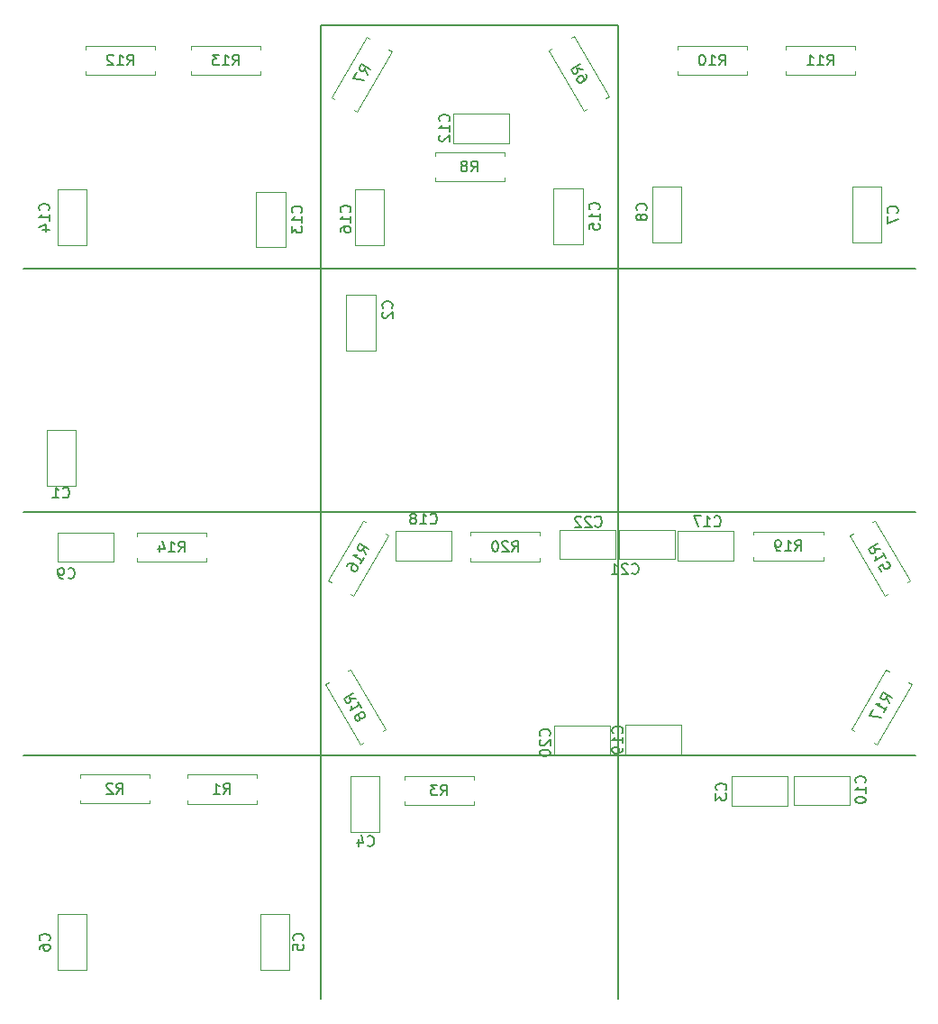
<source format=gbr>
%TF.GenerationSoftware,KiCad,Pcbnew,(6.0.11)*%
%TF.CreationDate,2023-02-22T07:36:59-06:00*%
%TF.ProjectId,HIDControls,48494443-6f6e-4747-926f-6c732e6b6963,rev?*%
%TF.SameCoordinates,Original*%
%TF.FileFunction,Legend,Bot*%
%TF.FilePolarity,Positive*%
%FSLAX46Y46*%
G04 Gerber Fmt 4.6, Leading zero omitted, Abs format (unit mm)*
G04 Created by KiCad (PCBNEW (6.0.11)) date 2023-02-22 07:36:59*
%MOMM*%
%LPD*%
G01*
G04 APERTURE LIST*
%ADD10C,0.150000*%
%ADD11C,0.120000*%
G04 APERTURE END LIST*
D10*
X88900000Y-99060000D02*
X172720000Y-99060000D01*
X172720000Y-76200000D02*
X88900000Y-76200000D01*
X116840000Y-53340000D02*
X144780000Y-53340000D01*
X144780000Y-53340000D02*
X144780000Y-144780000D01*
X172720000Y-121920000D02*
X88900000Y-121920000D01*
X116840000Y-144780000D02*
X116840000Y-53340000D01*
%TO.C,C16*%
X119597142Y-70887142D02*
X119644761Y-70839523D01*
X119692380Y-70696666D01*
X119692380Y-70601428D01*
X119644761Y-70458571D01*
X119549523Y-70363333D01*
X119454285Y-70315714D01*
X119263809Y-70268095D01*
X119120952Y-70268095D01*
X118930476Y-70315714D01*
X118835238Y-70363333D01*
X118740000Y-70458571D01*
X118692380Y-70601428D01*
X118692380Y-70696666D01*
X118740000Y-70839523D01*
X118787619Y-70887142D01*
X119692380Y-71839523D02*
X119692380Y-71268095D01*
X119692380Y-71553809D02*
X118692380Y-71553809D01*
X118835238Y-71458571D01*
X118930476Y-71363333D01*
X118978095Y-71268095D01*
X118692380Y-72696666D02*
X118692380Y-72506190D01*
X118740000Y-72410952D01*
X118787619Y-72363333D01*
X118930476Y-72268095D01*
X119120952Y-72220476D01*
X119501904Y-72220476D01*
X119597142Y-72268095D01*
X119644761Y-72315714D01*
X119692380Y-72410952D01*
X119692380Y-72601428D01*
X119644761Y-72696666D01*
X119597142Y-72744285D01*
X119501904Y-72791904D01*
X119263809Y-72791904D01*
X119168571Y-72744285D01*
X119120952Y-72696666D01*
X119073333Y-72601428D01*
X119073333Y-72410952D01*
X119120952Y-72315714D01*
X119168571Y-72268095D01*
X119263809Y-72220476D01*
%TO.C,R10*%
X154312857Y-57094380D02*
X154646190Y-56618190D01*
X154884285Y-57094380D02*
X154884285Y-56094380D01*
X154503333Y-56094380D01*
X154408095Y-56142000D01*
X154360476Y-56189619D01*
X154312857Y-56284857D01*
X154312857Y-56427714D01*
X154360476Y-56522952D01*
X154408095Y-56570571D01*
X154503333Y-56618190D01*
X154884285Y-56618190D01*
X153360476Y-57094380D02*
X153931904Y-57094380D01*
X153646190Y-57094380D02*
X153646190Y-56094380D01*
X153741428Y-56237238D01*
X153836666Y-56332476D01*
X153931904Y-56380095D01*
X152741428Y-56094380D02*
X152646190Y-56094380D01*
X152550952Y-56142000D01*
X152503333Y-56189619D01*
X152455714Y-56284857D01*
X152408095Y-56475333D01*
X152408095Y-56713428D01*
X152455714Y-56903904D01*
X152503333Y-56999142D01*
X152550952Y-57046761D01*
X152646190Y-57094380D01*
X152741428Y-57094380D01*
X152836666Y-57046761D01*
X152884285Y-56999142D01*
X152931904Y-56903904D01*
X152979523Y-56713428D01*
X152979523Y-56475333D01*
X152931904Y-56284857D01*
X152884285Y-56189619D01*
X152836666Y-56142000D01*
X152741428Y-56094380D01*
%TO.C,R1*%
X107735666Y-125547380D02*
X108069000Y-125071190D01*
X108307095Y-125547380D02*
X108307095Y-124547380D01*
X107926142Y-124547380D01*
X107830904Y-124595000D01*
X107783285Y-124642619D01*
X107735666Y-124737857D01*
X107735666Y-124880714D01*
X107783285Y-124975952D01*
X107830904Y-125023571D01*
X107926142Y-125071190D01*
X108307095Y-125071190D01*
X106783285Y-125547380D02*
X107354714Y-125547380D01*
X107069000Y-125547380D02*
X107069000Y-124547380D01*
X107164238Y-124690238D01*
X107259476Y-124785476D01*
X107354714Y-124833095D01*
%TO.C,C18*%
X127154857Y-100092142D02*
X127202476Y-100139761D01*
X127345333Y-100187380D01*
X127440571Y-100187380D01*
X127583428Y-100139761D01*
X127678666Y-100044523D01*
X127726285Y-99949285D01*
X127773904Y-99758809D01*
X127773904Y-99615952D01*
X127726285Y-99425476D01*
X127678666Y-99330238D01*
X127583428Y-99235000D01*
X127440571Y-99187380D01*
X127345333Y-99187380D01*
X127202476Y-99235000D01*
X127154857Y-99282619D01*
X126202476Y-100187380D02*
X126773904Y-100187380D01*
X126488190Y-100187380D02*
X126488190Y-99187380D01*
X126583428Y-99330238D01*
X126678666Y-99425476D01*
X126773904Y-99473095D01*
X125631047Y-99615952D02*
X125726285Y-99568333D01*
X125773904Y-99520714D01*
X125821523Y-99425476D01*
X125821523Y-99377857D01*
X125773904Y-99282619D01*
X125726285Y-99235000D01*
X125631047Y-99187380D01*
X125440571Y-99187380D01*
X125345333Y-99235000D01*
X125297714Y-99282619D01*
X125250095Y-99377857D01*
X125250095Y-99425476D01*
X125297714Y-99520714D01*
X125345333Y-99568333D01*
X125440571Y-99615952D01*
X125631047Y-99615952D01*
X125726285Y-99663571D01*
X125773904Y-99711190D01*
X125821523Y-99806428D01*
X125821523Y-99996904D01*
X125773904Y-100092142D01*
X125726285Y-100139761D01*
X125631047Y-100187380D01*
X125440571Y-100187380D01*
X125345333Y-100139761D01*
X125297714Y-100092142D01*
X125250095Y-99996904D01*
X125250095Y-99806428D01*
X125297714Y-99711190D01*
X125345333Y-99663571D01*
X125440571Y-99615952D01*
%TO.C,R17*%
X170258201Y-117019902D02*
X170012475Y-116493132D01*
X170543916Y-116525031D02*
X169677890Y-116025031D01*
X169487414Y-116354945D01*
X169481034Y-116461233D01*
X169498464Y-116526282D01*
X169557133Y-116615140D01*
X169680851Y-116686569D01*
X169787139Y-116692949D01*
X169852188Y-116675519D01*
X169941047Y-116616850D01*
X170131523Y-116286935D01*
X169782011Y-117844688D02*
X170067725Y-117349817D01*
X169924868Y-117597253D02*
X169058843Y-117097253D01*
X169230180Y-117086203D01*
X169360277Y-117051343D01*
X169449136Y-116992674D01*
X168749319Y-117633364D02*
X168415986Y-118210714D01*
X169496297Y-118339560D01*
%TO.C,C3*%
X154897142Y-125163333D02*
X154944761Y-125115714D01*
X154992380Y-124972857D01*
X154992380Y-124877619D01*
X154944761Y-124734761D01*
X154849523Y-124639523D01*
X154754285Y-124591904D01*
X154563809Y-124544285D01*
X154420952Y-124544285D01*
X154230476Y-124591904D01*
X154135238Y-124639523D01*
X154040000Y-124734761D01*
X153992380Y-124877619D01*
X153992380Y-124972857D01*
X154040000Y-125115714D01*
X154087619Y-125163333D01*
X153992380Y-125496666D02*
X153992380Y-126115714D01*
X154373333Y-125782380D01*
X154373333Y-125925238D01*
X154420952Y-126020476D01*
X154468571Y-126068095D01*
X154563809Y-126115714D01*
X154801904Y-126115714D01*
X154897142Y-126068095D01*
X154944761Y-126020476D01*
X154992380Y-125925238D01*
X154992380Y-125639523D01*
X154944761Y-125544285D01*
X154897142Y-125496666D01*
%TO.C,R12*%
X98686857Y-57094380D02*
X99020190Y-56618190D01*
X99258285Y-57094380D02*
X99258285Y-56094380D01*
X98877333Y-56094380D01*
X98782095Y-56142000D01*
X98734476Y-56189619D01*
X98686857Y-56284857D01*
X98686857Y-56427714D01*
X98734476Y-56522952D01*
X98782095Y-56570571D01*
X98877333Y-56618190D01*
X99258285Y-56618190D01*
X97734476Y-57094380D02*
X98305904Y-57094380D01*
X98020190Y-57094380D02*
X98020190Y-56094380D01*
X98115428Y-56237238D01*
X98210666Y-56332476D01*
X98305904Y-56380095D01*
X97353523Y-56189619D02*
X97305904Y-56142000D01*
X97210666Y-56094380D01*
X96972571Y-56094380D01*
X96877333Y-56142000D01*
X96829714Y-56189619D01*
X96782095Y-56284857D01*
X96782095Y-56380095D01*
X96829714Y-56522952D01*
X97401142Y-57094380D01*
X96782095Y-57094380D01*
%TO.C,R15*%
X169480344Y-102547078D02*
X168901285Y-102496499D01*
X169194630Y-102052207D02*
X168328605Y-102552207D01*
X168519081Y-102882121D01*
X168607939Y-102940790D01*
X168672988Y-102958220D01*
X168779276Y-102951840D01*
X168902994Y-102880412D01*
X168961663Y-102791553D01*
X168979093Y-102726505D01*
X168972713Y-102620216D01*
X168782237Y-102290302D01*
X169956535Y-103371865D02*
X169670821Y-102876993D01*
X169813678Y-103124429D02*
X168947652Y-103624429D01*
X169023751Y-103470521D01*
X169058611Y-103340424D01*
X169052231Y-103234136D01*
X169542890Y-104655411D02*
X169304795Y-104243018D01*
X169693379Y-103963684D01*
X169675949Y-104028733D01*
X169682329Y-104135021D01*
X169801376Y-104341217D01*
X169890235Y-104399886D01*
X169955283Y-104417316D01*
X170061572Y-104410936D01*
X170267768Y-104291889D01*
X170326437Y-104203030D01*
X170343867Y-104137982D01*
X170337487Y-104031693D01*
X170218440Y-103825497D01*
X170129581Y-103766828D01*
X170064532Y-103749398D01*
%TO.C,C15*%
X142977142Y-70637142D02*
X143024761Y-70589523D01*
X143072380Y-70446666D01*
X143072380Y-70351428D01*
X143024761Y-70208571D01*
X142929523Y-70113333D01*
X142834285Y-70065714D01*
X142643809Y-70018095D01*
X142500952Y-70018095D01*
X142310476Y-70065714D01*
X142215238Y-70113333D01*
X142120000Y-70208571D01*
X142072380Y-70351428D01*
X142072380Y-70446666D01*
X142120000Y-70589523D01*
X142167619Y-70637142D01*
X143072380Y-71589523D02*
X143072380Y-71018095D01*
X143072380Y-71303809D02*
X142072380Y-71303809D01*
X142215238Y-71208571D01*
X142310476Y-71113333D01*
X142358095Y-71018095D01*
X142072380Y-72494285D02*
X142072380Y-72018095D01*
X142548571Y-71970476D01*
X142500952Y-72018095D01*
X142453333Y-72113333D01*
X142453333Y-72351428D01*
X142500952Y-72446666D01*
X142548571Y-72494285D01*
X142643809Y-72541904D01*
X142881904Y-72541904D01*
X142977142Y-72494285D01*
X143024761Y-72446666D01*
X143072380Y-72351428D01*
X143072380Y-72113333D01*
X143024761Y-72018095D01*
X142977142Y-71970476D01*
%TO.C,C9*%
X93130666Y-105225142D02*
X93178285Y-105272761D01*
X93321142Y-105320380D01*
X93416380Y-105320380D01*
X93559238Y-105272761D01*
X93654476Y-105177523D01*
X93702095Y-105082285D01*
X93749714Y-104891809D01*
X93749714Y-104748952D01*
X93702095Y-104558476D01*
X93654476Y-104463238D01*
X93559238Y-104368000D01*
X93416380Y-104320380D01*
X93321142Y-104320380D01*
X93178285Y-104368000D01*
X93130666Y-104415619D01*
X92654476Y-105320380D02*
X92464000Y-105320380D01*
X92368761Y-105272761D01*
X92321142Y-105225142D01*
X92225904Y-105082285D01*
X92178285Y-104891809D01*
X92178285Y-104510857D01*
X92225904Y-104415619D01*
X92273523Y-104368000D01*
X92368761Y-104320380D01*
X92559238Y-104320380D01*
X92654476Y-104368000D01*
X92702095Y-104415619D01*
X92749714Y-104510857D01*
X92749714Y-104748952D01*
X92702095Y-104844190D01*
X92654476Y-104891809D01*
X92559238Y-104939428D01*
X92368761Y-104939428D01*
X92273523Y-104891809D01*
X92225904Y-104844190D01*
X92178285Y-104748952D01*
%TO.C,C12*%
X128887142Y-62347142D02*
X128934761Y-62299523D01*
X128982380Y-62156666D01*
X128982380Y-62061428D01*
X128934761Y-61918571D01*
X128839523Y-61823333D01*
X128744285Y-61775714D01*
X128553809Y-61728095D01*
X128410952Y-61728095D01*
X128220476Y-61775714D01*
X128125238Y-61823333D01*
X128030000Y-61918571D01*
X127982380Y-62061428D01*
X127982380Y-62156666D01*
X128030000Y-62299523D01*
X128077619Y-62347142D01*
X128982380Y-63299523D02*
X128982380Y-62728095D01*
X128982380Y-63013809D02*
X127982380Y-63013809D01*
X128125238Y-62918571D01*
X128220476Y-62823333D01*
X128268095Y-62728095D01*
X128077619Y-63680476D02*
X128030000Y-63728095D01*
X127982380Y-63823333D01*
X127982380Y-64061428D01*
X128030000Y-64156666D01*
X128077619Y-64204285D01*
X128172857Y-64251904D01*
X128268095Y-64251904D01*
X128410952Y-64204285D01*
X128982380Y-63632857D01*
X128982380Y-64251904D01*
%TO.C,R3*%
X128146666Y-125672380D02*
X128480000Y-125196190D01*
X128718095Y-125672380D02*
X128718095Y-124672380D01*
X128337142Y-124672380D01*
X128241904Y-124720000D01*
X128194285Y-124767619D01*
X128146666Y-124862857D01*
X128146666Y-125005714D01*
X128194285Y-125100952D01*
X128241904Y-125148571D01*
X128337142Y-125196190D01*
X128718095Y-125196190D01*
X127813333Y-124672380D02*
X127194285Y-124672380D01*
X127527619Y-125053333D01*
X127384761Y-125053333D01*
X127289523Y-125100952D01*
X127241904Y-125148571D01*
X127194285Y-125243809D01*
X127194285Y-125481904D01*
X127241904Y-125577142D01*
X127289523Y-125624761D01*
X127384761Y-125672380D01*
X127670476Y-125672380D01*
X127765714Y-125624761D01*
X127813333Y-125577142D01*
%TO.C,R18*%
X120180344Y-116597078D02*
X119601285Y-116546499D01*
X119894630Y-116102207D02*
X119028605Y-116602207D01*
X119219081Y-116932121D01*
X119307939Y-116990790D01*
X119372988Y-117008220D01*
X119479276Y-117001840D01*
X119602994Y-116930412D01*
X119661663Y-116841553D01*
X119679093Y-116776505D01*
X119672713Y-116670216D01*
X119482237Y-116340302D01*
X120656535Y-117421865D02*
X120370821Y-116926993D01*
X120513678Y-117174429D02*
X119647652Y-117674429D01*
X119723751Y-117520521D01*
X119758611Y-117390424D01*
X119752231Y-117284136D01*
X120447377Y-118202450D02*
X120358519Y-118143781D01*
X120293470Y-118126352D01*
X120187182Y-118132731D01*
X120145943Y-118156541D01*
X120087274Y-118245399D01*
X120069844Y-118310448D01*
X120076224Y-118416736D01*
X120171462Y-118581693D01*
X120260320Y-118640362D01*
X120325369Y-118657792D01*
X120431657Y-118651413D01*
X120472896Y-118627603D01*
X120531565Y-118538745D01*
X120548995Y-118473696D01*
X120542616Y-118367408D01*
X120447377Y-118202450D01*
X120440998Y-118096162D01*
X120458427Y-118031113D01*
X120517097Y-117942255D01*
X120682054Y-117847017D01*
X120788342Y-117840637D01*
X120853391Y-117858067D01*
X120942249Y-117916736D01*
X121037487Y-118081693D01*
X121043867Y-118187982D01*
X121026437Y-118253030D01*
X120967768Y-118341889D01*
X120802811Y-118437127D01*
X120696523Y-118443507D01*
X120631474Y-118426077D01*
X120542616Y-118367408D01*
%TO.C,R2*%
X97686666Y-125522380D02*
X98020000Y-125046190D01*
X98258095Y-125522380D02*
X98258095Y-124522380D01*
X97877142Y-124522380D01*
X97781904Y-124570000D01*
X97734285Y-124617619D01*
X97686666Y-124712857D01*
X97686666Y-124855714D01*
X97734285Y-124950952D01*
X97781904Y-124998571D01*
X97877142Y-125046190D01*
X98258095Y-125046190D01*
X97305714Y-124617619D02*
X97258095Y-124570000D01*
X97162857Y-124522380D01*
X96924761Y-124522380D01*
X96829523Y-124570000D01*
X96781904Y-124617619D01*
X96734285Y-124712857D01*
X96734285Y-124808095D01*
X96781904Y-124950952D01*
X97353333Y-125522380D01*
X96734285Y-125522380D01*
%TO.C,C4*%
X121256666Y-130357142D02*
X121304285Y-130404761D01*
X121447142Y-130452380D01*
X121542380Y-130452380D01*
X121685238Y-130404761D01*
X121780476Y-130309523D01*
X121828095Y-130214285D01*
X121875714Y-130023809D01*
X121875714Y-129880952D01*
X121828095Y-129690476D01*
X121780476Y-129595238D01*
X121685238Y-129500000D01*
X121542380Y-129452380D01*
X121447142Y-129452380D01*
X121304285Y-129500000D01*
X121256666Y-129547619D01*
X120399523Y-129785714D02*
X120399523Y-130452380D01*
X120637619Y-129404761D02*
X120875714Y-130119047D01*
X120256666Y-130119047D01*
%TO.C,R9*%
X141528703Y-57488669D02*
X140949643Y-57438090D01*
X141242988Y-56993798D02*
X140376963Y-57493798D01*
X140567439Y-57823712D01*
X140656297Y-57882381D01*
X140721346Y-57899811D01*
X140827634Y-57893431D01*
X140951352Y-57822003D01*
X141010021Y-57733144D01*
X141027451Y-57668096D01*
X141021071Y-57561807D01*
X140830595Y-57231893D01*
X141766798Y-57901063D02*
X141862036Y-58066020D01*
X141868416Y-58172308D01*
X141850986Y-58237357D01*
X141774887Y-58391264D01*
X141633739Y-58527741D01*
X141303825Y-58718217D01*
X141197537Y-58724597D01*
X141132488Y-58707167D01*
X141043630Y-58648498D01*
X140948391Y-58483541D01*
X140942012Y-58377253D01*
X140959441Y-58312204D01*
X141018111Y-58223346D01*
X141224307Y-58104298D01*
X141330595Y-58097918D01*
X141395644Y-58115348D01*
X141484502Y-58174017D01*
X141579741Y-58338975D01*
X141586120Y-58445263D01*
X141568690Y-58510311D01*
X141510021Y-58599170D01*
%TO.C,R16*%
X121109201Y-103047459D02*
X120863475Y-102520689D01*
X121394916Y-102552588D02*
X120528890Y-102052588D01*
X120338414Y-102382502D01*
X120332034Y-102488790D01*
X120349464Y-102553839D01*
X120408133Y-102642697D01*
X120531851Y-102714126D01*
X120638139Y-102720506D01*
X120703188Y-102703076D01*
X120792047Y-102644407D01*
X120982523Y-102314492D01*
X120633011Y-103872245D02*
X120918725Y-103377374D01*
X120775868Y-103624810D02*
X119909843Y-103124810D01*
X120081180Y-103113760D01*
X120211277Y-103078900D01*
X120300136Y-103020231D01*
X119338414Y-104114553D02*
X119433652Y-103949596D01*
X119522511Y-103890927D01*
X119587559Y-103873497D01*
X119758896Y-103862447D01*
X119947663Y-103916446D01*
X120277578Y-104106922D01*
X120336247Y-104195780D01*
X120353676Y-104260829D01*
X120347297Y-104367117D01*
X120252059Y-104532074D01*
X120163200Y-104590743D01*
X120098151Y-104608173D01*
X119991863Y-104601793D01*
X119785667Y-104482746D01*
X119726998Y-104393887D01*
X119709568Y-104328839D01*
X119715948Y-104222551D01*
X119811186Y-104057593D01*
X119900044Y-103998924D01*
X119965093Y-103981494D01*
X120071381Y-103987874D01*
%TO.C,R8*%
X130996666Y-67082380D02*
X131330000Y-66606190D01*
X131568095Y-67082380D02*
X131568095Y-66082380D01*
X131187142Y-66082380D01*
X131091904Y-66130000D01*
X131044285Y-66177619D01*
X130996666Y-66272857D01*
X130996666Y-66415714D01*
X131044285Y-66510952D01*
X131091904Y-66558571D01*
X131187142Y-66606190D01*
X131568095Y-66606190D01*
X130425238Y-66510952D02*
X130520476Y-66463333D01*
X130568095Y-66415714D01*
X130615714Y-66320476D01*
X130615714Y-66272857D01*
X130568095Y-66177619D01*
X130520476Y-66130000D01*
X130425238Y-66082380D01*
X130234761Y-66082380D01*
X130139523Y-66130000D01*
X130091904Y-66177619D01*
X130044285Y-66272857D01*
X130044285Y-66320476D01*
X130091904Y-66415714D01*
X130139523Y-66463333D01*
X130234761Y-66510952D01*
X130425238Y-66510952D01*
X130520476Y-66558571D01*
X130568095Y-66606190D01*
X130615714Y-66701428D01*
X130615714Y-66891904D01*
X130568095Y-66987142D01*
X130520476Y-67034761D01*
X130425238Y-67082380D01*
X130234761Y-67082380D01*
X130139523Y-67034761D01*
X130091904Y-66987142D01*
X130044285Y-66891904D01*
X130044285Y-66701428D01*
X130091904Y-66606190D01*
X130139523Y-66558571D01*
X130234761Y-66510952D01*
%TO.C,C20*%
X138329942Y-120057942D02*
X138377561Y-120010323D01*
X138425180Y-119867466D01*
X138425180Y-119772228D01*
X138377561Y-119629371D01*
X138282323Y-119534133D01*
X138187085Y-119486514D01*
X137996609Y-119438895D01*
X137853752Y-119438895D01*
X137663276Y-119486514D01*
X137568038Y-119534133D01*
X137472800Y-119629371D01*
X137425180Y-119772228D01*
X137425180Y-119867466D01*
X137472800Y-120010323D01*
X137520419Y-120057942D01*
X137520419Y-120438895D02*
X137472800Y-120486514D01*
X137425180Y-120581752D01*
X137425180Y-120819847D01*
X137472800Y-120915085D01*
X137520419Y-120962704D01*
X137615657Y-121010323D01*
X137710895Y-121010323D01*
X137853752Y-120962704D01*
X138425180Y-120391276D01*
X138425180Y-121010323D01*
X137425180Y-121629371D02*
X137425180Y-121724609D01*
X137472800Y-121819847D01*
X137520419Y-121867466D01*
X137615657Y-121915085D01*
X137806133Y-121962704D01*
X138044228Y-121962704D01*
X138234704Y-121915085D01*
X138329942Y-121867466D01*
X138377561Y-121819847D01*
X138425180Y-121724609D01*
X138425180Y-121629371D01*
X138377561Y-121534133D01*
X138329942Y-121486514D01*
X138234704Y-121438895D01*
X138044228Y-121391276D01*
X137806133Y-121391276D01*
X137615657Y-121438895D01*
X137520419Y-121486514D01*
X137472800Y-121534133D01*
X137425180Y-121629371D01*
%TO.C,C1*%
X92622666Y-97639142D02*
X92670285Y-97686761D01*
X92813142Y-97734380D01*
X92908380Y-97734380D01*
X93051238Y-97686761D01*
X93146476Y-97591523D01*
X93194095Y-97496285D01*
X93241714Y-97305809D01*
X93241714Y-97162952D01*
X93194095Y-96972476D01*
X93146476Y-96877238D01*
X93051238Y-96782000D01*
X92908380Y-96734380D01*
X92813142Y-96734380D01*
X92670285Y-96782000D01*
X92622666Y-96829619D01*
X91670285Y-97734380D02*
X92241714Y-97734380D01*
X91956000Y-97734380D02*
X91956000Y-96734380D01*
X92051238Y-96877238D01*
X92146476Y-96972476D01*
X92241714Y-97020095D01*
%TO.C,C22*%
X142642857Y-100357142D02*
X142690476Y-100404761D01*
X142833333Y-100452380D01*
X142928571Y-100452380D01*
X143071428Y-100404761D01*
X143166666Y-100309523D01*
X143214285Y-100214285D01*
X143261904Y-100023809D01*
X143261904Y-99880952D01*
X143214285Y-99690476D01*
X143166666Y-99595238D01*
X143071428Y-99500000D01*
X142928571Y-99452380D01*
X142833333Y-99452380D01*
X142690476Y-99500000D01*
X142642857Y-99547619D01*
X142261904Y-99547619D02*
X142214285Y-99500000D01*
X142119047Y-99452380D01*
X141880952Y-99452380D01*
X141785714Y-99500000D01*
X141738095Y-99547619D01*
X141690476Y-99642857D01*
X141690476Y-99738095D01*
X141738095Y-99880952D01*
X142309523Y-100452380D01*
X141690476Y-100452380D01*
X141309523Y-99547619D02*
X141261904Y-99500000D01*
X141166666Y-99452380D01*
X140928571Y-99452380D01*
X140833333Y-99500000D01*
X140785714Y-99547619D01*
X140738095Y-99642857D01*
X140738095Y-99738095D01*
X140785714Y-99880952D01*
X141357142Y-100452380D01*
X140738095Y-100452380D01*
%TO.C,C13*%
X115027142Y-70937142D02*
X115074761Y-70889523D01*
X115122380Y-70746666D01*
X115122380Y-70651428D01*
X115074761Y-70508571D01*
X114979523Y-70413333D01*
X114884285Y-70365714D01*
X114693809Y-70318095D01*
X114550952Y-70318095D01*
X114360476Y-70365714D01*
X114265238Y-70413333D01*
X114170000Y-70508571D01*
X114122380Y-70651428D01*
X114122380Y-70746666D01*
X114170000Y-70889523D01*
X114217619Y-70937142D01*
X115122380Y-71889523D02*
X115122380Y-71318095D01*
X115122380Y-71603809D02*
X114122380Y-71603809D01*
X114265238Y-71508571D01*
X114360476Y-71413333D01*
X114408095Y-71318095D01*
X114122380Y-72222857D02*
X114122380Y-72841904D01*
X114503333Y-72508571D01*
X114503333Y-72651428D01*
X114550952Y-72746666D01*
X114598571Y-72794285D01*
X114693809Y-72841904D01*
X114931904Y-72841904D01*
X115027142Y-72794285D01*
X115074761Y-72746666D01*
X115122380Y-72651428D01*
X115122380Y-72365714D01*
X115074761Y-72270476D01*
X115027142Y-72222857D01*
%TO.C,C5*%
X115165142Y-139279333D02*
X115212761Y-139231714D01*
X115260380Y-139088857D01*
X115260380Y-138993619D01*
X115212761Y-138850761D01*
X115117523Y-138755523D01*
X115022285Y-138707904D01*
X114831809Y-138660285D01*
X114688952Y-138660285D01*
X114498476Y-138707904D01*
X114403238Y-138755523D01*
X114308000Y-138850761D01*
X114260380Y-138993619D01*
X114260380Y-139088857D01*
X114308000Y-139231714D01*
X114355619Y-139279333D01*
X114260380Y-140184095D02*
X114260380Y-139707904D01*
X114736571Y-139660285D01*
X114688952Y-139707904D01*
X114641333Y-139803142D01*
X114641333Y-140041238D01*
X114688952Y-140136476D01*
X114736571Y-140184095D01*
X114831809Y-140231714D01*
X115069904Y-140231714D01*
X115165142Y-140184095D01*
X115212761Y-140136476D01*
X115260380Y-140041238D01*
X115260380Y-139803142D01*
X115212761Y-139707904D01*
X115165142Y-139660285D01*
%TO.C,R13*%
X108592857Y-57094380D02*
X108926190Y-56618190D01*
X109164285Y-57094380D02*
X109164285Y-56094380D01*
X108783333Y-56094380D01*
X108688095Y-56142000D01*
X108640476Y-56189619D01*
X108592857Y-56284857D01*
X108592857Y-56427714D01*
X108640476Y-56522952D01*
X108688095Y-56570571D01*
X108783333Y-56618190D01*
X109164285Y-56618190D01*
X107640476Y-57094380D02*
X108211904Y-57094380D01*
X107926190Y-57094380D02*
X107926190Y-56094380D01*
X108021428Y-56237238D01*
X108116666Y-56332476D01*
X108211904Y-56380095D01*
X107307142Y-56094380D02*
X106688095Y-56094380D01*
X107021428Y-56475333D01*
X106878571Y-56475333D01*
X106783333Y-56522952D01*
X106735714Y-56570571D01*
X106688095Y-56665809D01*
X106688095Y-56903904D01*
X106735714Y-56999142D01*
X106783333Y-57046761D01*
X106878571Y-57094380D01*
X107164285Y-57094380D01*
X107259523Y-57046761D01*
X107307142Y-56999142D01*
%TO.C,C7*%
X171005142Y-70953333D02*
X171052761Y-70905714D01*
X171100380Y-70762857D01*
X171100380Y-70667619D01*
X171052761Y-70524761D01*
X170957523Y-70429523D01*
X170862285Y-70381904D01*
X170671809Y-70334285D01*
X170528952Y-70334285D01*
X170338476Y-70381904D01*
X170243238Y-70429523D01*
X170148000Y-70524761D01*
X170100380Y-70667619D01*
X170100380Y-70762857D01*
X170148000Y-70905714D01*
X170195619Y-70953333D01*
X170100380Y-71286666D02*
X170100380Y-71953333D01*
X171100380Y-71524761D01*
%TO.C,C17*%
X153842857Y-100332142D02*
X153890476Y-100379761D01*
X154033333Y-100427380D01*
X154128571Y-100427380D01*
X154271428Y-100379761D01*
X154366666Y-100284523D01*
X154414285Y-100189285D01*
X154461904Y-99998809D01*
X154461904Y-99855952D01*
X154414285Y-99665476D01*
X154366666Y-99570238D01*
X154271428Y-99475000D01*
X154128571Y-99427380D01*
X154033333Y-99427380D01*
X153890476Y-99475000D01*
X153842857Y-99522619D01*
X152890476Y-100427380D02*
X153461904Y-100427380D01*
X153176190Y-100427380D02*
X153176190Y-99427380D01*
X153271428Y-99570238D01*
X153366666Y-99665476D01*
X153461904Y-99713095D01*
X152557142Y-99427380D02*
X151890476Y-99427380D01*
X152319047Y-100427380D01*
%TO.C,C21*%
X146112857Y-104797142D02*
X146160476Y-104844761D01*
X146303333Y-104892380D01*
X146398571Y-104892380D01*
X146541428Y-104844761D01*
X146636666Y-104749523D01*
X146684285Y-104654285D01*
X146731904Y-104463809D01*
X146731904Y-104320952D01*
X146684285Y-104130476D01*
X146636666Y-104035238D01*
X146541428Y-103940000D01*
X146398571Y-103892380D01*
X146303333Y-103892380D01*
X146160476Y-103940000D01*
X146112857Y-103987619D01*
X145731904Y-103987619D02*
X145684285Y-103940000D01*
X145589047Y-103892380D01*
X145350952Y-103892380D01*
X145255714Y-103940000D01*
X145208095Y-103987619D01*
X145160476Y-104082857D01*
X145160476Y-104178095D01*
X145208095Y-104320952D01*
X145779523Y-104892380D01*
X145160476Y-104892380D01*
X144208095Y-104892380D02*
X144779523Y-104892380D01*
X144493809Y-104892380D02*
X144493809Y-103892380D01*
X144589047Y-104035238D01*
X144684285Y-104130476D01*
X144779523Y-104178095D01*
%TO.C,R7*%
X121258407Y-57985787D02*
X121012681Y-57459017D01*
X121544122Y-57490916D02*
X120678096Y-56990916D01*
X120487620Y-57320830D01*
X120481240Y-57427118D01*
X120498670Y-57492167D01*
X120557339Y-57581026D01*
X120681057Y-57652454D01*
X120787345Y-57658834D01*
X120852394Y-57641404D01*
X120941252Y-57582735D01*
X121131728Y-57252821D01*
X120225715Y-57774463D02*
X119892382Y-58351813D01*
X120972693Y-58480659D01*
%TO.C,C19*%
X145150542Y-119808742D02*
X145198161Y-119761123D01*
X145245780Y-119618266D01*
X145245780Y-119523028D01*
X145198161Y-119380171D01*
X145102923Y-119284933D01*
X145007685Y-119237314D01*
X144817209Y-119189695D01*
X144674352Y-119189695D01*
X144483876Y-119237314D01*
X144388638Y-119284933D01*
X144293400Y-119380171D01*
X144245780Y-119523028D01*
X144245780Y-119618266D01*
X144293400Y-119761123D01*
X144341019Y-119808742D01*
X145245780Y-120761123D02*
X145245780Y-120189695D01*
X145245780Y-120475409D02*
X144245780Y-120475409D01*
X144388638Y-120380171D01*
X144483876Y-120284933D01*
X144531495Y-120189695D01*
X145245780Y-121237314D02*
X145245780Y-121427790D01*
X145198161Y-121523028D01*
X145150542Y-121570647D01*
X145007685Y-121665885D01*
X144817209Y-121713504D01*
X144436257Y-121713504D01*
X144341019Y-121665885D01*
X144293400Y-121618266D01*
X144245780Y-121523028D01*
X144245780Y-121332552D01*
X144293400Y-121237314D01*
X144341019Y-121189695D01*
X144436257Y-121142076D01*
X144674352Y-121142076D01*
X144769590Y-121189695D01*
X144817209Y-121237314D01*
X144864828Y-121332552D01*
X144864828Y-121523028D01*
X144817209Y-121618266D01*
X144769590Y-121665885D01*
X144674352Y-121713504D01*
%TO.C,C10*%
X167977142Y-124477142D02*
X168024761Y-124429523D01*
X168072380Y-124286666D01*
X168072380Y-124191428D01*
X168024761Y-124048571D01*
X167929523Y-123953333D01*
X167834285Y-123905714D01*
X167643809Y-123858095D01*
X167500952Y-123858095D01*
X167310476Y-123905714D01*
X167215238Y-123953333D01*
X167120000Y-124048571D01*
X167072380Y-124191428D01*
X167072380Y-124286666D01*
X167120000Y-124429523D01*
X167167619Y-124477142D01*
X168072380Y-125429523D02*
X168072380Y-124858095D01*
X168072380Y-125143809D02*
X167072380Y-125143809D01*
X167215238Y-125048571D01*
X167310476Y-124953333D01*
X167358095Y-124858095D01*
X167072380Y-126048571D02*
X167072380Y-126143809D01*
X167120000Y-126239047D01*
X167167619Y-126286666D01*
X167262857Y-126334285D01*
X167453333Y-126381904D01*
X167691428Y-126381904D01*
X167881904Y-126334285D01*
X167977142Y-126286666D01*
X168024761Y-126239047D01*
X168072380Y-126143809D01*
X168072380Y-126048571D01*
X168024761Y-125953333D01*
X167977142Y-125905714D01*
X167881904Y-125858095D01*
X167691428Y-125810476D01*
X167453333Y-125810476D01*
X167262857Y-125858095D01*
X167167619Y-125905714D01*
X167120000Y-125953333D01*
X167072380Y-126048571D01*
%TO.C,R20*%
X134852857Y-102772380D02*
X135186190Y-102296190D01*
X135424285Y-102772380D02*
X135424285Y-101772380D01*
X135043333Y-101772380D01*
X134948095Y-101820000D01*
X134900476Y-101867619D01*
X134852857Y-101962857D01*
X134852857Y-102105714D01*
X134900476Y-102200952D01*
X134948095Y-102248571D01*
X135043333Y-102296190D01*
X135424285Y-102296190D01*
X134471904Y-101867619D02*
X134424285Y-101820000D01*
X134329047Y-101772380D01*
X134090952Y-101772380D01*
X133995714Y-101820000D01*
X133948095Y-101867619D01*
X133900476Y-101962857D01*
X133900476Y-102058095D01*
X133948095Y-102200952D01*
X134519523Y-102772380D01*
X133900476Y-102772380D01*
X133281428Y-101772380D02*
X133186190Y-101772380D01*
X133090952Y-101820000D01*
X133043333Y-101867619D01*
X132995714Y-101962857D01*
X132948095Y-102153333D01*
X132948095Y-102391428D01*
X132995714Y-102581904D01*
X133043333Y-102677142D01*
X133090952Y-102724761D01*
X133186190Y-102772380D01*
X133281428Y-102772380D01*
X133376666Y-102724761D01*
X133424285Y-102677142D01*
X133471904Y-102581904D01*
X133519523Y-102391428D01*
X133519523Y-102153333D01*
X133471904Y-101962857D01*
X133424285Y-101867619D01*
X133376666Y-101820000D01*
X133281428Y-101772380D01*
%TO.C,C8*%
X147423142Y-70699333D02*
X147470761Y-70651714D01*
X147518380Y-70508857D01*
X147518380Y-70413619D01*
X147470761Y-70270761D01*
X147375523Y-70175523D01*
X147280285Y-70127904D01*
X147089809Y-70080285D01*
X146946952Y-70080285D01*
X146756476Y-70127904D01*
X146661238Y-70175523D01*
X146566000Y-70270761D01*
X146518380Y-70413619D01*
X146518380Y-70508857D01*
X146566000Y-70651714D01*
X146613619Y-70699333D01*
X146946952Y-71270761D02*
X146899333Y-71175523D01*
X146851714Y-71127904D01*
X146756476Y-71080285D01*
X146708857Y-71080285D01*
X146613619Y-71127904D01*
X146566000Y-71175523D01*
X146518380Y-71270761D01*
X146518380Y-71461238D01*
X146566000Y-71556476D01*
X146613619Y-71604095D01*
X146708857Y-71651714D01*
X146756476Y-71651714D01*
X146851714Y-71604095D01*
X146899333Y-71556476D01*
X146946952Y-71461238D01*
X146946952Y-71270761D01*
X146994571Y-71175523D01*
X147042190Y-71127904D01*
X147137428Y-71080285D01*
X147327904Y-71080285D01*
X147423142Y-71127904D01*
X147470761Y-71175523D01*
X147518380Y-71270761D01*
X147518380Y-71461238D01*
X147470761Y-71556476D01*
X147423142Y-71604095D01*
X147327904Y-71651714D01*
X147137428Y-71651714D01*
X147042190Y-71604095D01*
X146994571Y-71556476D01*
X146946952Y-71461238D01*
%TO.C,C14*%
X91289142Y-70731142D02*
X91336761Y-70683523D01*
X91384380Y-70540666D01*
X91384380Y-70445428D01*
X91336761Y-70302571D01*
X91241523Y-70207333D01*
X91146285Y-70159714D01*
X90955809Y-70112095D01*
X90812952Y-70112095D01*
X90622476Y-70159714D01*
X90527238Y-70207333D01*
X90432000Y-70302571D01*
X90384380Y-70445428D01*
X90384380Y-70540666D01*
X90432000Y-70683523D01*
X90479619Y-70731142D01*
X91384380Y-71683523D02*
X91384380Y-71112095D01*
X91384380Y-71397809D02*
X90384380Y-71397809D01*
X90527238Y-71302571D01*
X90622476Y-71207333D01*
X90670095Y-71112095D01*
X90717714Y-72540666D02*
X91384380Y-72540666D01*
X90336761Y-72302571D02*
X91051047Y-72064476D01*
X91051047Y-72683523D01*
%TO.C,C6*%
X91329142Y-139299333D02*
X91376761Y-139251714D01*
X91424380Y-139108857D01*
X91424380Y-139013619D01*
X91376761Y-138870761D01*
X91281523Y-138775523D01*
X91186285Y-138727904D01*
X90995809Y-138680285D01*
X90852952Y-138680285D01*
X90662476Y-138727904D01*
X90567238Y-138775523D01*
X90472000Y-138870761D01*
X90424380Y-139013619D01*
X90424380Y-139108857D01*
X90472000Y-139251714D01*
X90519619Y-139299333D01*
X90424380Y-140156476D02*
X90424380Y-139966000D01*
X90472000Y-139870761D01*
X90519619Y-139823142D01*
X90662476Y-139727904D01*
X90852952Y-139680285D01*
X91233904Y-139680285D01*
X91329142Y-139727904D01*
X91376761Y-139775523D01*
X91424380Y-139870761D01*
X91424380Y-140061238D01*
X91376761Y-140156476D01*
X91329142Y-140204095D01*
X91233904Y-140251714D01*
X90995809Y-140251714D01*
X90900571Y-140204095D01*
X90852952Y-140156476D01*
X90805333Y-140061238D01*
X90805333Y-139870761D01*
X90852952Y-139775523D01*
X90900571Y-139727904D01*
X90995809Y-139680285D01*
%TO.C,C2*%
X123547142Y-79883333D02*
X123594761Y-79835714D01*
X123642380Y-79692857D01*
X123642380Y-79597619D01*
X123594761Y-79454761D01*
X123499523Y-79359523D01*
X123404285Y-79311904D01*
X123213809Y-79264285D01*
X123070952Y-79264285D01*
X122880476Y-79311904D01*
X122785238Y-79359523D01*
X122690000Y-79454761D01*
X122642380Y-79597619D01*
X122642380Y-79692857D01*
X122690000Y-79835714D01*
X122737619Y-79883333D01*
X122737619Y-80264285D02*
X122690000Y-80311904D01*
X122642380Y-80407142D01*
X122642380Y-80645238D01*
X122690000Y-80740476D01*
X122737619Y-80788095D01*
X122832857Y-80835714D01*
X122928095Y-80835714D01*
X123070952Y-80788095D01*
X123642380Y-80216666D01*
X123642380Y-80835714D01*
%TO.C,R19*%
X161442857Y-102702380D02*
X161776190Y-102226190D01*
X162014285Y-102702380D02*
X162014285Y-101702380D01*
X161633333Y-101702380D01*
X161538095Y-101750000D01*
X161490476Y-101797619D01*
X161442857Y-101892857D01*
X161442857Y-102035714D01*
X161490476Y-102130952D01*
X161538095Y-102178571D01*
X161633333Y-102226190D01*
X162014285Y-102226190D01*
X160490476Y-102702380D02*
X161061904Y-102702380D01*
X160776190Y-102702380D02*
X160776190Y-101702380D01*
X160871428Y-101845238D01*
X160966666Y-101940476D01*
X161061904Y-101988095D01*
X160014285Y-102702380D02*
X159823809Y-102702380D01*
X159728571Y-102654761D01*
X159680952Y-102607142D01*
X159585714Y-102464285D01*
X159538095Y-102273809D01*
X159538095Y-101892857D01*
X159585714Y-101797619D01*
X159633333Y-101750000D01*
X159728571Y-101702380D01*
X159919047Y-101702380D01*
X160014285Y-101750000D01*
X160061904Y-101797619D01*
X160109523Y-101892857D01*
X160109523Y-102130952D01*
X160061904Y-102226190D01*
X160014285Y-102273809D01*
X159919047Y-102321428D01*
X159728571Y-102321428D01*
X159633333Y-102273809D01*
X159585714Y-102226190D01*
X159538095Y-102130952D01*
%TO.C,R11*%
X164472857Y-57094380D02*
X164806190Y-56618190D01*
X165044285Y-57094380D02*
X165044285Y-56094380D01*
X164663333Y-56094380D01*
X164568095Y-56142000D01*
X164520476Y-56189619D01*
X164472857Y-56284857D01*
X164472857Y-56427714D01*
X164520476Y-56522952D01*
X164568095Y-56570571D01*
X164663333Y-56618190D01*
X165044285Y-56618190D01*
X163520476Y-57094380D02*
X164091904Y-57094380D01*
X163806190Y-57094380D02*
X163806190Y-56094380D01*
X163901428Y-56237238D01*
X163996666Y-56332476D01*
X164091904Y-56380095D01*
X162568095Y-57094380D02*
X163139523Y-57094380D01*
X162853809Y-57094380D02*
X162853809Y-56094380D01*
X162949047Y-56237238D01*
X163044285Y-56332476D01*
X163139523Y-56380095D01*
%TO.C,R14*%
X103512857Y-102820380D02*
X103846190Y-102344190D01*
X104084285Y-102820380D02*
X104084285Y-101820380D01*
X103703333Y-101820380D01*
X103608095Y-101868000D01*
X103560476Y-101915619D01*
X103512857Y-102010857D01*
X103512857Y-102153714D01*
X103560476Y-102248952D01*
X103608095Y-102296571D01*
X103703333Y-102344190D01*
X104084285Y-102344190D01*
X102560476Y-102820380D02*
X103131904Y-102820380D01*
X102846190Y-102820380D02*
X102846190Y-101820380D01*
X102941428Y-101963238D01*
X103036666Y-102058476D01*
X103131904Y-102106095D01*
X101703333Y-102153714D02*
X101703333Y-102820380D01*
X101941428Y-101772761D02*
X102179523Y-102487047D01*
X101560476Y-102487047D01*
D11*
%TO.C,C16*%
X120080000Y-74000000D02*
X120080000Y-68760000D01*
X122820000Y-74000000D02*
X120080000Y-74000000D01*
X122820000Y-74000000D02*
X122820000Y-68760000D01*
X122820000Y-68760000D02*
X120080000Y-68760000D01*
%TO.C,R10*%
X150400000Y-55272000D02*
X150400000Y-55602000D01*
X156940000Y-55272000D02*
X150400000Y-55272000D01*
X150400000Y-58012000D02*
X150400000Y-57682000D01*
X156940000Y-58012000D02*
X150400000Y-58012000D01*
X156940000Y-57682000D02*
X156940000Y-58012000D01*
X156940000Y-55602000D02*
X156940000Y-55272000D01*
%TO.C,R1*%
X104299000Y-126135000D02*
X104299000Y-126465000D01*
X110839000Y-123725000D02*
X110839000Y-124055000D01*
X104299000Y-124055000D02*
X104299000Y-123725000D01*
X104299000Y-126465000D02*
X110839000Y-126465000D01*
X110839000Y-126465000D02*
X110839000Y-126135000D01*
X104299000Y-123725000D02*
X110839000Y-123725000D01*
%TO.C,C18*%
X129132000Y-100865000D02*
X123892000Y-100865000D01*
X129132000Y-100865000D02*
X129132000Y-103605000D01*
X123892000Y-100865000D02*
X123892000Y-103605000D01*
X129132000Y-103605000D02*
X123892000Y-103605000D01*
%TO.C,R17*%
X168810666Y-120702346D02*
X169096455Y-120867346D01*
X169096455Y-120867346D02*
X172366455Y-115203540D01*
X167009334Y-119662346D02*
X166723545Y-119497346D01*
X172366455Y-115203540D02*
X172080666Y-115038540D01*
X169993545Y-113833540D02*
X170279334Y-113998540D01*
X166723545Y-119497346D02*
X169993545Y-113833540D01*
%TO.C,C3*%
X155490000Y-126620000D02*
X160730000Y-126620000D01*
X155490000Y-126620000D02*
X155490000Y-123880000D01*
X155490000Y-123880000D02*
X160730000Y-123880000D01*
X160730000Y-126620000D02*
X160730000Y-123880000D01*
%TO.C,R12*%
X101314000Y-58012000D02*
X94774000Y-58012000D01*
X94774000Y-58012000D02*
X94774000Y-57682000D01*
X101314000Y-57682000D02*
X101314000Y-58012000D01*
X94774000Y-55272000D02*
X94774000Y-55602000D01*
X101314000Y-55272000D02*
X94774000Y-55272000D01*
X101314000Y-55602000D02*
X101314000Y-55272000D01*
%TO.C,R15*%
X172239455Y-105524903D02*
X168969455Y-99861097D01*
X171953666Y-105689903D02*
X172239455Y-105524903D01*
X168969455Y-99861097D02*
X168683666Y-100026097D01*
X170152334Y-106729903D02*
X169866545Y-106894903D01*
X169866545Y-106894903D02*
X166596545Y-101231097D01*
X166596545Y-101231097D02*
X166882334Y-101066097D01*
%TO.C,C15*%
X141490000Y-73900000D02*
X141490000Y-68660000D01*
X141490000Y-73900000D02*
X138750000Y-73900000D01*
X141490000Y-68660000D02*
X138750000Y-68660000D01*
X138750000Y-73900000D02*
X138750000Y-68660000D01*
%TO.C,C9*%
X92122000Y-103738000D02*
X97362000Y-103738000D01*
X97362000Y-103738000D02*
X97362000Y-100998000D01*
X92122000Y-103738000D02*
X92122000Y-100998000D01*
X92122000Y-100998000D02*
X97362000Y-100998000D01*
%TO.C,C12*%
X134580000Y-61670000D02*
X134580000Y-64410000D01*
X134580000Y-64410000D02*
X129340000Y-64410000D01*
X129340000Y-61670000D02*
X129340000Y-64410000D01*
X134580000Y-61670000D02*
X129340000Y-61670000D01*
%TO.C,R3*%
X124710000Y-123850000D02*
X124710000Y-124180000D01*
X124710000Y-126590000D02*
X124710000Y-126260000D01*
X131250000Y-123850000D02*
X124710000Y-123850000D01*
X131250000Y-126590000D02*
X124710000Y-126590000D01*
X131250000Y-126260000D02*
X131250000Y-126590000D01*
X131250000Y-124180000D02*
X131250000Y-123850000D01*
%TO.C,R18*%
X119693455Y-113831098D02*
X122963455Y-119494904D01*
X119407666Y-113996098D02*
X119693455Y-113831098D01*
X120590545Y-120864904D02*
X120876334Y-120699904D01*
X117320545Y-115201098D02*
X120590545Y-120864904D01*
X122963455Y-119494904D02*
X122677666Y-119659904D01*
X117606334Y-115036098D02*
X117320545Y-115201098D01*
%TO.C,R2*%
X94250000Y-123700000D02*
X94250000Y-124030000D01*
X100790000Y-124030000D02*
X100790000Y-123700000D01*
X94250000Y-126440000D02*
X94250000Y-126110000D01*
X100790000Y-126440000D02*
X94250000Y-126440000D01*
X100790000Y-126110000D02*
X100790000Y-126440000D01*
X100790000Y-123700000D02*
X94250000Y-123700000D01*
%TO.C,C4*%
X122390000Y-123840000D02*
X122390000Y-129080000D01*
X119650000Y-123840000D02*
X122390000Y-123840000D01*
X119650000Y-123840000D02*
X119650000Y-129080000D01*
X119650000Y-129080000D02*
X122390000Y-129080000D01*
%TO.C,R9*%
X138283545Y-55732654D02*
X141553545Y-61396460D01*
X141553545Y-61396460D02*
X141839334Y-61231460D01*
X140656455Y-54362654D02*
X143926455Y-60026460D01*
X143926455Y-60026460D02*
X143640666Y-60191460D01*
X138569334Y-55567654D02*
X138283545Y-55732654D01*
X140370666Y-54527654D02*
X140656455Y-54362654D01*
%TO.C,R16*%
X117574545Y-105524903D02*
X120844545Y-99861097D01*
X119661666Y-106729903D02*
X119947455Y-106894903D01*
X123217455Y-101231097D02*
X122931666Y-101066097D01*
X120844545Y-99861097D02*
X121130334Y-100026097D01*
X117860334Y-105689903D02*
X117574545Y-105524903D01*
X119947455Y-106894903D02*
X123217455Y-101231097D01*
%TO.C,R8*%
X134140000Y-65570000D02*
X134140000Y-65240000D01*
X127600000Y-65240000D02*
X127600000Y-65570000D01*
X134140000Y-67650000D02*
X134140000Y-67980000D01*
X127600000Y-67980000D02*
X127600000Y-67650000D01*
X134140000Y-65240000D02*
X127600000Y-65240000D01*
X134140000Y-67980000D02*
X127600000Y-67980000D01*
%TO.C,C20*%
X144027200Y-121893000D02*
X144027200Y-119153000D01*
X138787200Y-121893000D02*
X144027200Y-121893000D01*
X138787200Y-119153000D02*
X144027200Y-119153000D01*
X138787200Y-121893000D02*
X138787200Y-119153000D01*
%TO.C,C1*%
X91086000Y-91340000D02*
X93826000Y-91340000D01*
X93826000Y-91340000D02*
X93826000Y-96580000D01*
X91086000Y-91340000D02*
X91086000Y-96580000D01*
X91086000Y-96580000D02*
X93826000Y-96580000D01*
%TO.C,C22*%
X144570000Y-103470000D02*
X144570000Y-100730000D01*
X139330000Y-100730000D02*
X144570000Y-100730000D01*
X139330000Y-103470000D02*
X144570000Y-103470000D01*
X139330000Y-103470000D02*
X139330000Y-100730000D01*
%TO.C,C13*%
X110800000Y-74200000D02*
X110800000Y-68960000D01*
X113540000Y-74200000D02*
X110800000Y-74200000D01*
X113540000Y-68960000D02*
X110800000Y-68960000D01*
X113540000Y-74200000D02*
X113540000Y-68960000D01*
%TO.C,C5*%
X111152000Y-136826000D02*
X111152000Y-142066000D01*
X111152000Y-142066000D02*
X113892000Y-142066000D01*
X113892000Y-136826000D02*
X113892000Y-142066000D01*
X111152000Y-136826000D02*
X113892000Y-136826000D01*
%TO.C,R13*%
X104680000Y-58012000D02*
X111220000Y-58012000D01*
X104680000Y-55602000D02*
X104680000Y-55272000D01*
X111220000Y-55272000D02*
X111220000Y-55602000D01*
X104680000Y-57682000D02*
X104680000Y-58012000D01*
X111220000Y-58012000D02*
X111220000Y-57682000D01*
X104680000Y-55272000D02*
X111220000Y-55272000D01*
%TO.C,C7*%
X169518000Y-73740000D02*
X166778000Y-73740000D01*
X169518000Y-73740000D02*
X169518000Y-68500000D01*
X166778000Y-73740000D02*
X166778000Y-68500000D01*
X169518000Y-68500000D02*
X166778000Y-68500000D01*
%TO.C,C17*%
X155675000Y-103600000D02*
X150435000Y-103600000D01*
X150435000Y-100860000D02*
X150435000Y-103600000D01*
X155675000Y-100860000D02*
X155675000Y-103600000D01*
X155675000Y-100860000D02*
X150435000Y-100860000D01*
%TO.C,C21*%
X150140000Y-103460000D02*
X144900000Y-103460000D01*
X150140000Y-100720000D02*
X144900000Y-100720000D01*
X144900000Y-100720000D02*
X144900000Y-103460000D01*
X150140000Y-100720000D02*
X150140000Y-103460000D01*
%TO.C,R7*%
X121439334Y-54587654D02*
X121153545Y-54422654D01*
X121153545Y-54422654D02*
X117883545Y-60086460D01*
X123240666Y-55627654D02*
X123526455Y-55792654D01*
X117883545Y-60086460D02*
X118169334Y-60251460D01*
X120256455Y-61456460D02*
X119970666Y-61291460D01*
X123526455Y-55792654D02*
X120256455Y-61456460D01*
%TO.C,C19*%
X150760000Y-119070000D02*
X145520000Y-119070000D01*
X150760000Y-121810000D02*
X145520000Y-121810000D01*
X145520000Y-119070000D02*
X145520000Y-121810000D01*
X150760000Y-119070000D02*
X150760000Y-121810000D01*
%TO.C,C10*%
X161300000Y-123860000D02*
X161300000Y-126600000D01*
X166540000Y-123860000D02*
X161300000Y-123860000D01*
X166540000Y-126600000D02*
X161300000Y-126600000D01*
X166540000Y-123860000D02*
X166540000Y-126600000D01*
%TO.C,R20*%
X137480000Y-103690000D02*
X130940000Y-103690000D01*
X130940000Y-103690000D02*
X130940000Y-103360000D01*
X130940000Y-100950000D02*
X130940000Y-101280000D01*
X137480000Y-103360000D02*
X137480000Y-103690000D01*
X137480000Y-101280000D02*
X137480000Y-100950000D01*
X137480000Y-100950000D02*
X130940000Y-100950000D01*
%TO.C,C8*%
X147982000Y-73740000D02*
X147982000Y-68500000D01*
X150722000Y-73740000D02*
X147982000Y-73740000D01*
X150722000Y-68500000D02*
X147982000Y-68500000D01*
X150722000Y-73740000D02*
X150722000Y-68500000D01*
%TO.C,C14*%
X94842000Y-73994000D02*
X92102000Y-73994000D01*
X94842000Y-73994000D02*
X94842000Y-68754000D01*
X94842000Y-68754000D02*
X92102000Y-68754000D01*
X92102000Y-73994000D02*
X92102000Y-68754000D01*
%TO.C,C6*%
X92102000Y-136846000D02*
X94842000Y-136846000D01*
X94842000Y-136846000D02*
X94842000Y-142086000D01*
X92102000Y-136846000D02*
X92102000Y-142086000D01*
X92102000Y-142086000D02*
X94842000Y-142086000D01*
%TO.C,C2*%
X119270000Y-78680000D02*
X119270000Y-83920000D01*
X122010000Y-78680000D02*
X122010000Y-83920000D01*
X119270000Y-83920000D02*
X122010000Y-83920000D01*
X119270000Y-78680000D02*
X122010000Y-78680000D01*
%TO.C,R19*%
X164070000Y-101210000D02*
X164070000Y-100880000D01*
X164070000Y-103620000D02*
X157530000Y-103620000D01*
X164070000Y-103290000D02*
X164070000Y-103620000D01*
X157530000Y-100880000D02*
X157530000Y-101210000D01*
X157530000Y-103620000D02*
X157530000Y-103290000D01*
X164070000Y-100880000D02*
X157530000Y-100880000D01*
%TO.C,R11*%
X167100000Y-55272000D02*
X167100000Y-55602000D01*
X160560000Y-55602000D02*
X160560000Y-55272000D01*
X167100000Y-58012000D02*
X167100000Y-57682000D01*
X160560000Y-55272000D02*
X167100000Y-55272000D01*
X160560000Y-58012000D02*
X167100000Y-58012000D01*
X160560000Y-57682000D02*
X160560000Y-58012000D01*
%TO.C,R14*%
X99600000Y-100998000D02*
X106140000Y-100998000D01*
X99600000Y-103408000D02*
X99600000Y-103738000D01*
X99600000Y-101328000D02*
X99600000Y-100998000D01*
X99600000Y-103738000D02*
X106140000Y-103738000D01*
X106140000Y-103738000D02*
X106140000Y-103408000D01*
X106140000Y-100998000D02*
X106140000Y-101328000D01*
%TD*%
M02*

</source>
